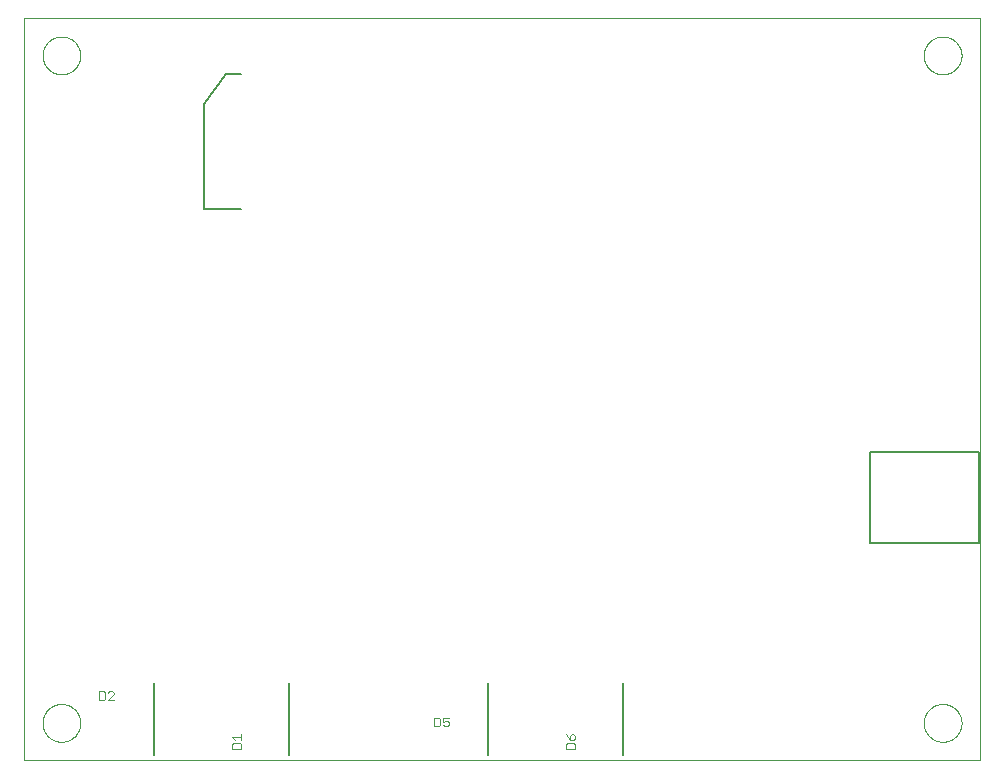
<source format=gbo>
G75*
%MOIN*%
%OFA0B0*%
%FSLAX25Y25*%
%IPPOS*%
%LPD*%
%AMOC8*
5,1,8,0,0,1.08239X$1,22.5*
%
%ADD10C,0.00000*%
%ADD11C,0.00500*%
%ADD12C,0.00300*%
D10*
X0077433Y0110435D02*
X0077433Y0357895D01*
X0396134Y0357895D01*
X0396134Y0110435D01*
X0077433Y0110435D01*
X0083634Y0122935D02*
X0083636Y0123093D01*
X0083642Y0123251D01*
X0083652Y0123409D01*
X0083666Y0123567D01*
X0083684Y0123724D01*
X0083705Y0123881D01*
X0083731Y0124037D01*
X0083761Y0124193D01*
X0083794Y0124348D01*
X0083832Y0124501D01*
X0083873Y0124654D01*
X0083918Y0124806D01*
X0083967Y0124957D01*
X0084020Y0125106D01*
X0084076Y0125254D01*
X0084136Y0125400D01*
X0084200Y0125545D01*
X0084268Y0125688D01*
X0084339Y0125830D01*
X0084413Y0125970D01*
X0084491Y0126107D01*
X0084573Y0126243D01*
X0084657Y0126377D01*
X0084746Y0126508D01*
X0084837Y0126637D01*
X0084932Y0126764D01*
X0085029Y0126889D01*
X0085130Y0127011D01*
X0085234Y0127130D01*
X0085341Y0127247D01*
X0085451Y0127361D01*
X0085564Y0127472D01*
X0085679Y0127581D01*
X0085797Y0127686D01*
X0085918Y0127788D01*
X0086041Y0127888D01*
X0086167Y0127984D01*
X0086295Y0128077D01*
X0086425Y0128167D01*
X0086558Y0128253D01*
X0086693Y0128337D01*
X0086829Y0128416D01*
X0086968Y0128493D01*
X0087109Y0128565D01*
X0087251Y0128635D01*
X0087395Y0128700D01*
X0087541Y0128762D01*
X0087688Y0128820D01*
X0087837Y0128875D01*
X0087987Y0128926D01*
X0088138Y0128973D01*
X0088290Y0129016D01*
X0088443Y0129055D01*
X0088598Y0129091D01*
X0088753Y0129122D01*
X0088909Y0129150D01*
X0089065Y0129174D01*
X0089222Y0129194D01*
X0089380Y0129210D01*
X0089537Y0129222D01*
X0089696Y0129230D01*
X0089854Y0129234D01*
X0090012Y0129234D01*
X0090170Y0129230D01*
X0090329Y0129222D01*
X0090486Y0129210D01*
X0090644Y0129194D01*
X0090801Y0129174D01*
X0090957Y0129150D01*
X0091113Y0129122D01*
X0091268Y0129091D01*
X0091423Y0129055D01*
X0091576Y0129016D01*
X0091728Y0128973D01*
X0091879Y0128926D01*
X0092029Y0128875D01*
X0092178Y0128820D01*
X0092325Y0128762D01*
X0092471Y0128700D01*
X0092615Y0128635D01*
X0092757Y0128565D01*
X0092898Y0128493D01*
X0093037Y0128416D01*
X0093173Y0128337D01*
X0093308Y0128253D01*
X0093441Y0128167D01*
X0093571Y0128077D01*
X0093699Y0127984D01*
X0093825Y0127888D01*
X0093948Y0127788D01*
X0094069Y0127686D01*
X0094187Y0127581D01*
X0094302Y0127472D01*
X0094415Y0127361D01*
X0094525Y0127247D01*
X0094632Y0127130D01*
X0094736Y0127011D01*
X0094837Y0126889D01*
X0094934Y0126764D01*
X0095029Y0126637D01*
X0095120Y0126508D01*
X0095209Y0126377D01*
X0095293Y0126243D01*
X0095375Y0126107D01*
X0095453Y0125970D01*
X0095527Y0125830D01*
X0095598Y0125688D01*
X0095666Y0125545D01*
X0095730Y0125400D01*
X0095790Y0125254D01*
X0095846Y0125106D01*
X0095899Y0124957D01*
X0095948Y0124806D01*
X0095993Y0124654D01*
X0096034Y0124501D01*
X0096072Y0124348D01*
X0096105Y0124193D01*
X0096135Y0124037D01*
X0096161Y0123881D01*
X0096182Y0123724D01*
X0096200Y0123567D01*
X0096214Y0123409D01*
X0096224Y0123251D01*
X0096230Y0123093D01*
X0096232Y0122935D01*
X0096230Y0122777D01*
X0096224Y0122619D01*
X0096214Y0122461D01*
X0096200Y0122303D01*
X0096182Y0122146D01*
X0096161Y0121989D01*
X0096135Y0121833D01*
X0096105Y0121677D01*
X0096072Y0121522D01*
X0096034Y0121369D01*
X0095993Y0121216D01*
X0095948Y0121064D01*
X0095899Y0120913D01*
X0095846Y0120764D01*
X0095790Y0120616D01*
X0095730Y0120470D01*
X0095666Y0120325D01*
X0095598Y0120182D01*
X0095527Y0120040D01*
X0095453Y0119900D01*
X0095375Y0119763D01*
X0095293Y0119627D01*
X0095209Y0119493D01*
X0095120Y0119362D01*
X0095029Y0119233D01*
X0094934Y0119106D01*
X0094837Y0118981D01*
X0094736Y0118859D01*
X0094632Y0118740D01*
X0094525Y0118623D01*
X0094415Y0118509D01*
X0094302Y0118398D01*
X0094187Y0118289D01*
X0094069Y0118184D01*
X0093948Y0118082D01*
X0093825Y0117982D01*
X0093699Y0117886D01*
X0093571Y0117793D01*
X0093441Y0117703D01*
X0093308Y0117617D01*
X0093173Y0117533D01*
X0093037Y0117454D01*
X0092898Y0117377D01*
X0092757Y0117305D01*
X0092615Y0117235D01*
X0092471Y0117170D01*
X0092325Y0117108D01*
X0092178Y0117050D01*
X0092029Y0116995D01*
X0091879Y0116944D01*
X0091728Y0116897D01*
X0091576Y0116854D01*
X0091423Y0116815D01*
X0091268Y0116779D01*
X0091113Y0116748D01*
X0090957Y0116720D01*
X0090801Y0116696D01*
X0090644Y0116676D01*
X0090486Y0116660D01*
X0090329Y0116648D01*
X0090170Y0116640D01*
X0090012Y0116636D01*
X0089854Y0116636D01*
X0089696Y0116640D01*
X0089537Y0116648D01*
X0089380Y0116660D01*
X0089222Y0116676D01*
X0089065Y0116696D01*
X0088909Y0116720D01*
X0088753Y0116748D01*
X0088598Y0116779D01*
X0088443Y0116815D01*
X0088290Y0116854D01*
X0088138Y0116897D01*
X0087987Y0116944D01*
X0087837Y0116995D01*
X0087688Y0117050D01*
X0087541Y0117108D01*
X0087395Y0117170D01*
X0087251Y0117235D01*
X0087109Y0117305D01*
X0086968Y0117377D01*
X0086829Y0117454D01*
X0086693Y0117533D01*
X0086558Y0117617D01*
X0086425Y0117703D01*
X0086295Y0117793D01*
X0086167Y0117886D01*
X0086041Y0117982D01*
X0085918Y0118082D01*
X0085797Y0118184D01*
X0085679Y0118289D01*
X0085564Y0118398D01*
X0085451Y0118509D01*
X0085341Y0118623D01*
X0085234Y0118740D01*
X0085130Y0118859D01*
X0085029Y0118981D01*
X0084932Y0119106D01*
X0084837Y0119233D01*
X0084746Y0119362D01*
X0084657Y0119493D01*
X0084573Y0119627D01*
X0084491Y0119763D01*
X0084413Y0119900D01*
X0084339Y0120040D01*
X0084268Y0120182D01*
X0084200Y0120325D01*
X0084136Y0120470D01*
X0084076Y0120616D01*
X0084020Y0120764D01*
X0083967Y0120913D01*
X0083918Y0121064D01*
X0083873Y0121216D01*
X0083832Y0121369D01*
X0083794Y0121522D01*
X0083761Y0121677D01*
X0083731Y0121833D01*
X0083705Y0121989D01*
X0083684Y0122146D01*
X0083666Y0122303D01*
X0083652Y0122461D01*
X0083642Y0122619D01*
X0083636Y0122777D01*
X0083634Y0122935D01*
X0083634Y0345435D02*
X0083636Y0345593D01*
X0083642Y0345751D01*
X0083652Y0345909D01*
X0083666Y0346067D01*
X0083684Y0346224D01*
X0083705Y0346381D01*
X0083731Y0346537D01*
X0083761Y0346693D01*
X0083794Y0346848D01*
X0083832Y0347001D01*
X0083873Y0347154D01*
X0083918Y0347306D01*
X0083967Y0347457D01*
X0084020Y0347606D01*
X0084076Y0347754D01*
X0084136Y0347900D01*
X0084200Y0348045D01*
X0084268Y0348188D01*
X0084339Y0348330D01*
X0084413Y0348470D01*
X0084491Y0348607D01*
X0084573Y0348743D01*
X0084657Y0348877D01*
X0084746Y0349008D01*
X0084837Y0349137D01*
X0084932Y0349264D01*
X0085029Y0349389D01*
X0085130Y0349511D01*
X0085234Y0349630D01*
X0085341Y0349747D01*
X0085451Y0349861D01*
X0085564Y0349972D01*
X0085679Y0350081D01*
X0085797Y0350186D01*
X0085918Y0350288D01*
X0086041Y0350388D01*
X0086167Y0350484D01*
X0086295Y0350577D01*
X0086425Y0350667D01*
X0086558Y0350753D01*
X0086693Y0350837D01*
X0086829Y0350916D01*
X0086968Y0350993D01*
X0087109Y0351065D01*
X0087251Y0351135D01*
X0087395Y0351200D01*
X0087541Y0351262D01*
X0087688Y0351320D01*
X0087837Y0351375D01*
X0087987Y0351426D01*
X0088138Y0351473D01*
X0088290Y0351516D01*
X0088443Y0351555D01*
X0088598Y0351591D01*
X0088753Y0351622D01*
X0088909Y0351650D01*
X0089065Y0351674D01*
X0089222Y0351694D01*
X0089380Y0351710D01*
X0089537Y0351722D01*
X0089696Y0351730D01*
X0089854Y0351734D01*
X0090012Y0351734D01*
X0090170Y0351730D01*
X0090329Y0351722D01*
X0090486Y0351710D01*
X0090644Y0351694D01*
X0090801Y0351674D01*
X0090957Y0351650D01*
X0091113Y0351622D01*
X0091268Y0351591D01*
X0091423Y0351555D01*
X0091576Y0351516D01*
X0091728Y0351473D01*
X0091879Y0351426D01*
X0092029Y0351375D01*
X0092178Y0351320D01*
X0092325Y0351262D01*
X0092471Y0351200D01*
X0092615Y0351135D01*
X0092757Y0351065D01*
X0092898Y0350993D01*
X0093037Y0350916D01*
X0093173Y0350837D01*
X0093308Y0350753D01*
X0093441Y0350667D01*
X0093571Y0350577D01*
X0093699Y0350484D01*
X0093825Y0350388D01*
X0093948Y0350288D01*
X0094069Y0350186D01*
X0094187Y0350081D01*
X0094302Y0349972D01*
X0094415Y0349861D01*
X0094525Y0349747D01*
X0094632Y0349630D01*
X0094736Y0349511D01*
X0094837Y0349389D01*
X0094934Y0349264D01*
X0095029Y0349137D01*
X0095120Y0349008D01*
X0095209Y0348877D01*
X0095293Y0348743D01*
X0095375Y0348607D01*
X0095453Y0348470D01*
X0095527Y0348330D01*
X0095598Y0348188D01*
X0095666Y0348045D01*
X0095730Y0347900D01*
X0095790Y0347754D01*
X0095846Y0347606D01*
X0095899Y0347457D01*
X0095948Y0347306D01*
X0095993Y0347154D01*
X0096034Y0347001D01*
X0096072Y0346848D01*
X0096105Y0346693D01*
X0096135Y0346537D01*
X0096161Y0346381D01*
X0096182Y0346224D01*
X0096200Y0346067D01*
X0096214Y0345909D01*
X0096224Y0345751D01*
X0096230Y0345593D01*
X0096232Y0345435D01*
X0096230Y0345277D01*
X0096224Y0345119D01*
X0096214Y0344961D01*
X0096200Y0344803D01*
X0096182Y0344646D01*
X0096161Y0344489D01*
X0096135Y0344333D01*
X0096105Y0344177D01*
X0096072Y0344022D01*
X0096034Y0343869D01*
X0095993Y0343716D01*
X0095948Y0343564D01*
X0095899Y0343413D01*
X0095846Y0343264D01*
X0095790Y0343116D01*
X0095730Y0342970D01*
X0095666Y0342825D01*
X0095598Y0342682D01*
X0095527Y0342540D01*
X0095453Y0342400D01*
X0095375Y0342263D01*
X0095293Y0342127D01*
X0095209Y0341993D01*
X0095120Y0341862D01*
X0095029Y0341733D01*
X0094934Y0341606D01*
X0094837Y0341481D01*
X0094736Y0341359D01*
X0094632Y0341240D01*
X0094525Y0341123D01*
X0094415Y0341009D01*
X0094302Y0340898D01*
X0094187Y0340789D01*
X0094069Y0340684D01*
X0093948Y0340582D01*
X0093825Y0340482D01*
X0093699Y0340386D01*
X0093571Y0340293D01*
X0093441Y0340203D01*
X0093308Y0340117D01*
X0093173Y0340033D01*
X0093037Y0339954D01*
X0092898Y0339877D01*
X0092757Y0339805D01*
X0092615Y0339735D01*
X0092471Y0339670D01*
X0092325Y0339608D01*
X0092178Y0339550D01*
X0092029Y0339495D01*
X0091879Y0339444D01*
X0091728Y0339397D01*
X0091576Y0339354D01*
X0091423Y0339315D01*
X0091268Y0339279D01*
X0091113Y0339248D01*
X0090957Y0339220D01*
X0090801Y0339196D01*
X0090644Y0339176D01*
X0090486Y0339160D01*
X0090329Y0339148D01*
X0090170Y0339140D01*
X0090012Y0339136D01*
X0089854Y0339136D01*
X0089696Y0339140D01*
X0089537Y0339148D01*
X0089380Y0339160D01*
X0089222Y0339176D01*
X0089065Y0339196D01*
X0088909Y0339220D01*
X0088753Y0339248D01*
X0088598Y0339279D01*
X0088443Y0339315D01*
X0088290Y0339354D01*
X0088138Y0339397D01*
X0087987Y0339444D01*
X0087837Y0339495D01*
X0087688Y0339550D01*
X0087541Y0339608D01*
X0087395Y0339670D01*
X0087251Y0339735D01*
X0087109Y0339805D01*
X0086968Y0339877D01*
X0086829Y0339954D01*
X0086693Y0340033D01*
X0086558Y0340117D01*
X0086425Y0340203D01*
X0086295Y0340293D01*
X0086167Y0340386D01*
X0086041Y0340482D01*
X0085918Y0340582D01*
X0085797Y0340684D01*
X0085679Y0340789D01*
X0085564Y0340898D01*
X0085451Y0341009D01*
X0085341Y0341123D01*
X0085234Y0341240D01*
X0085130Y0341359D01*
X0085029Y0341481D01*
X0084932Y0341606D01*
X0084837Y0341733D01*
X0084746Y0341862D01*
X0084657Y0341993D01*
X0084573Y0342127D01*
X0084491Y0342263D01*
X0084413Y0342400D01*
X0084339Y0342540D01*
X0084268Y0342682D01*
X0084200Y0342825D01*
X0084136Y0342970D01*
X0084076Y0343116D01*
X0084020Y0343264D01*
X0083967Y0343413D01*
X0083918Y0343564D01*
X0083873Y0343716D01*
X0083832Y0343869D01*
X0083794Y0344022D01*
X0083761Y0344177D01*
X0083731Y0344333D01*
X0083705Y0344489D01*
X0083684Y0344646D01*
X0083666Y0344803D01*
X0083652Y0344961D01*
X0083642Y0345119D01*
X0083636Y0345277D01*
X0083634Y0345435D01*
X0377384Y0345435D02*
X0377386Y0345593D01*
X0377392Y0345751D01*
X0377402Y0345909D01*
X0377416Y0346067D01*
X0377434Y0346224D01*
X0377455Y0346381D01*
X0377481Y0346537D01*
X0377511Y0346693D01*
X0377544Y0346848D01*
X0377582Y0347001D01*
X0377623Y0347154D01*
X0377668Y0347306D01*
X0377717Y0347457D01*
X0377770Y0347606D01*
X0377826Y0347754D01*
X0377886Y0347900D01*
X0377950Y0348045D01*
X0378018Y0348188D01*
X0378089Y0348330D01*
X0378163Y0348470D01*
X0378241Y0348607D01*
X0378323Y0348743D01*
X0378407Y0348877D01*
X0378496Y0349008D01*
X0378587Y0349137D01*
X0378682Y0349264D01*
X0378779Y0349389D01*
X0378880Y0349511D01*
X0378984Y0349630D01*
X0379091Y0349747D01*
X0379201Y0349861D01*
X0379314Y0349972D01*
X0379429Y0350081D01*
X0379547Y0350186D01*
X0379668Y0350288D01*
X0379791Y0350388D01*
X0379917Y0350484D01*
X0380045Y0350577D01*
X0380175Y0350667D01*
X0380308Y0350753D01*
X0380443Y0350837D01*
X0380579Y0350916D01*
X0380718Y0350993D01*
X0380859Y0351065D01*
X0381001Y0351135D01*
X0381145Y0351200D01*
X0381291Y0351262D01*
X0381438Y0351320D01*
X0381587Y0351375D01*
X0381737Y0351426D01*
X0381888Y0351473D01*
X0382040Y0351516D01*
X0382193Y0351555D01*
X0382348Y0351591D01*
X0382503Y0351622D01*
X0382659Y0351650D01*
X0382815Y0351674D01*
X0382972Y0351694D01*
X0383130Y0351710D01*
X0383287Y0351722D01*
X0383446Y0351730D01*
X0383604Y0351734D01*
X0383762Y0351734D01*
X0383920Y0351730D01*
X0384079Y0351722D01*
X0384236Y0351710D01*
X0384394Y0351694D01*
X0384551Y0351674D01*
X0384707Y0351650D01*
X0384863Y0351622D01*
X0385018Y0351591D01*
X0385173Y0351555D01*
X0385326Y0351516D01*
X0385478Y0351473D01*
X0385629Y0351426D01*
X0385779Y0351375D01*
X0385928Y0351320D01*
X0386075Y0351262D01*
X0386221Y0351200D01*
X0386365Y0351135D01*
X0386507Y0351065D01*
X0386648Y0350993D01*
X0386787Y0350916D01*
X0386923Y0350837D01*
X0387058Y0350753D01*
X0387191Y0350667D01*
X0387321Y0350577D01*
X0387449Y0350484D01*
X0387575Y0350388D01*
X0387698Y0350288D01*
X0387819Y0350186D01*
X0387937Y0350081D01*
X0388052Y0349972D01*
X0388165Y0349861D01*
X0388275Y0349747D01*
X0388382Y0349630D01*
X0388486Y0349511D01*
X0388587Y0349389D01*
X0388684Y0349264D01*
X0388779Y0349137D01*
X0388870Y0349008D01*
X0388959Y0348877D01*
X0389043Y0348743D01*
X0389125Y0348607D01*
X0389203Y0348470D01*
X0389277Y0348330D01*
X0389348Y0348188D01*
X0389416Y0348045D01*
X0389480Y0347900D01*
X0389540Y0347754D01*
X0389596Y0347606D01*
X0389649Y0347457D01*
X0389698Y0347306D01*
X0389743Y0347154D01*
X0389784Y0347001D01*
X0389822Y0346848D01*
X0389855Y0346693D01*
X0389885Y0346537D01*
X0389911Y0346381D01*
X0389932Y0346224D01*
X0389950Y0346067D01*
X0389964Y0345909D01*
X0389974Y0345751D01*
X0389980Y0345593D01*
X0389982Y0345435D01*
X0389980Y0345277D01*
X0389974Y0345119D01*
X0389964Y0344961D01*
X0389950Y0344803D01*
X0389932Y0344646D01*
X0389911Y0344489D01*
X0389885Y0344333D01*
X0389855Y0344177D01*
X0389822Y0344022D01*
X0389784Y0343869D01*
X0389743Y0343716D01*
X0389698Y0343564D01*
X0389649Y0343413D01*
X0389596Y0343264D01*
X0389540Y0343116D01*
X0389480Y0342970D01*
X0389416Y0342825D01*
X0389348Y0342682D01*
X0389277Y0342540D01*
X0389203Y0342400D01*
X0389125Y0342263D01*
X0389043Y0342127D01*
X0388959Y0341993D01*
X0388870Y0341862D01*
X0388779Y0341733D01*
X0388684Y0341606D01*
X0388587Y0341481D01*
X0388486Y0341359D01*
X0388382Y0341240D01*
X0388275Y0341123D01*
X0388165Y0341009D01*
X0388052Y0340898D01*
X0387937Y0340789D01*
X0387819Y0340684D01*
X0387698Y0340582D01*
X0387575Y0340482D01*
X0387449Y0340386D01*
X0387321Y0340293D01*
X0387191Y0340203D01*
X0387058Y0340117D01*
X0386923Y0340033D01*
X0386787Y0339954D01*
X0386648Y0339877D01*
X0386507Y0339805D01*
X0386365Y0339735D01*
X0386221Y0339670D01*
X0386075Y0339608D01*
X0385928Y0339550D01*
X0385779Y0339495D01*
X0385629Y0339444D01*
X0385478Y0339397D01*
X0385326Y0339354D01*
X0385173Y0339315D01*
X0385018Y0339279D01*
X0384863Y0339248D01*
X0384707Y0339220D01*
X0384551Y0339196D01*
X0384394Y0339176D01*
X0384236Y0339160D01*
X0384079Y0339148D01*
X0383920Y0339140D01*
X0383762Y0339136D01*
X0383604Y0339136D01*
X0383446Y0339140D01*
X0383287Y0339148D01*
X0383130Y0339160D01*
X0382972Y0339176D01*
X0382815Y0339196D01*
X0382659Y0339220D01*
X0382503Y0339248D01*
X0382348Y0339279D01*
X0382193Y0339315D01*
X0382040Y0339354D01*
X0381888Y0339397D01*
X0381737Y0339444D01*
X0381587Y0339495D01*
X0381438Y0339550D01*
X0381291Y0339608D01*
X0381145Y0339670D01*
X0381001Y0339735D01*
X0380859Y0339805D01*
X0380718Y0339877D01*
X0380579Y0339954D01*
X0380443Y0340033D01*
X0380308Y0340117D01*
X0380175Y0340203D01*
X0380045Y0340293D01*
X0379917Y0340386D01*
X0379791Y0340482D01*
X0379668Y0340582D01*
X0379547Y0340684D01*
X0379429Y0340789D01*
X0379314Y0340898D01*
X0379201Y0341009D01*
X0379091Y0341123D01*
X0378984Y0341240D01*
X0378880Y0341359D01*
X0378779Y0341481D01*
X0378682Y0341606D01*
X0378587Y0341733D01*
X0378496Y0341862D01*
X0378407Y0341993D01*
X0378323Y0342127D01*
X0378241Y0342263D01*
X0378163Y0342400D01*
X0378089Y0342540D01*
X0378018Y0342682D01*
X0377950Y0342825D01*
X0377886Y0342970D01*
X0377826Y0343116D01*
X0377770Y0343264D01*
X0377717Y0343413D01*
X0377668Y0343564D01*
X0377623Y0343716D01*
X0377582Y0343869D01*
X0377544Y0344022D01*
X0377511Y0344177D01*
X0377481Y0344333D01*
X0377455Y0344489D01*
X0377434Y0344646D01*
X0377416Y0344803D01*
X0377402Y0344961D01*
X0377392Y0345119D01*
X0377386Y0345277D01*
X0377384Y0345435D01*
X0377384Y0122935D02*
X0377386Y0123093D01*
X0377392Y0123251D01*
X0377402Y0123409D01*
X0377416Y0123567D01*
X0377434Y0123724D01*
X0377455Y0123881D01*
X0377481Y0124037D01*
X0377511Y0124193D01*
X0377544Y0124348D01*
X0377582Y0124501D01*
X0377623Y0124654D01*
X0377668Y0124806D01*
X0377717Y0124957D01*
X0377770Y0125106D01*
X0377826Y0125254D01*
X0377886Y0125400D01*
X0377950Y0125545D01*
X0378018Y0125688D01*
X0378089Y0125830D01*
X0378163Y0125970D01*
X0378241Y0126107D01*
X0378323Y0126243D01*
X0378407Y0126377D01*
X0378496Y0126508D01*
X0378587Y0126637D01*
X0378682Y0126764D01*
X0378779Y0126889D01*
X0378880Y0127011D01*
X0378984Y0127130D01*
X0379091Y0127247D01*
X0379201Y0127361D01*
X0379314Y0127472D01*
X0379429Y0127581D01*
X0379547Y0127686D01*
X0379668Y0127788D01*
X0379791Y0127888D01*
X0379917Y0127984D01*
X0380045Y0128077D01*
X0380175Y0128167D01*
X0380308Y0128253D01*
X0380443Y0128337D01*
X0380579Y0128416D01*
X0380718Y0128493D01*
X0380859Y0128565D01*
X0381001Y0128635D01*
X0381145Y0128700D01*
X0381291Y0128762D01*
X0381438Y0128820D01*
X0381587Y0128875D01*
X0381737Y0128926D01*
X0381888Y0128973D01*
X0382040Y0129016D01*
X0382193Y0129055D01*
X0382348Y0129091D01*
X0382503Y0129122D01*
X0382659Y0129150D01*
X0382815Y0129174D01*
X0382972Y0129194D01*
X0383130Y0129210D01*
X0383287Y0129222D01*
X0383446Y0129230D01*
X0383604Y0129234D01*
X0383762Y0129234D01*
X0383920Y0129230D01*
X0384079Y0129222D01*
X0384236Y0129210D01*
X0384394Y0129194D01*
X0384551Y0129174D01*
X0384707Y0129150D01*
X0384863Y0129122D01*
X0385018Y0129091D01*
X0385173Y0129055D01*
X0385326Y0129016D01*
X0385478Y0128973D01*
X0385629Y0128926D01*
X0385779Y0128875D01*
X0385928Y0128820D01*
X0386075Y0128762D01*
X0386221Y0128700D01*
X0386365Y0128635D01*
X0386507Y0128565D01*
X0386648Y0128493D01*
X0386787Y0128416D01*
X0386923Y0128337D01*
X0387058Y0128253D01*
X0387191Y0128167D01*
X0387321Y0128077D01*
X0387449Y0127984D01*
X0387575Y0127888D01*
X0387698Y0127788D01*
X0387819Y0127686D01*
X0387937Y0127581D01*
X0388052Y0127472D01*
X0388165Y0127361D01*
X0388275Y0127247D01*
X0388382Y0127130D01*
X0388486Y0127011D01*
X0388587Y0126889D01*
X0388684Y0126764D01*
X0388779Y0126637D01*
X0388870Y0126508D01*
X0388959Y0126377D01*
X0389043Y0126243D01*
X0389125Y0126107D01*
X0389203Y0125970D01*
X0389277Y0125830D01*
X0389348Y0125688D01*
X0389416Y0125545D01*
X0389480Y0125400D01*
X0389540Y0125254D01*
X0389596Y0125106D01*
X0389649Y0124957D01*
X0389698Y0124806D01*
X0389743Y0124654D01*
X0389784Y0124501D01*
X0389822Y0124348D01*
X0389855Y0124193D01*
X0389885Y0124037D01*
X0389911Y0123881D01*
X0389932Y0123724D01*
X0389950Y0123567D01*
X0389964Y0123409D01*
X0389974Y0123251D01*
X0389980Y0123093D01*
X0389982Y0122935D01*
X0389980Y0122777D01*
X0389974Y0122619D01*
X0389964Y0122461D01*
X0389950Y0122303D01*
X0389932Y0122146D01*
X0389911Y0121989D01*
X0389885Y0121833D01*
X0389855Y0121677D01*
X0389822Y0121522D01*
X0389784Y0121369D01*
X0389743Y0121216D01*
X0389698Y0121064D01*
X0389649Y0120913D01*
X0389596Y0120764D01*
X0389540Y0120616D01*
X0389480Y0120470D01*
X0389416Y0120325D01*
X0389348Y0120182D01*
X0389277Y0120040D01*
X0389203Y0119900D01*
X0389125Y0119763D01*
X0389043Y0119627D01*
X0388959Y0119493D01*
X0388870Y0119362D01*
X0388779Y0119233D01*
X0388684Y0119106D01*
X0388587Y0118981D01*
X0388486Y0118859D01*
X0388382Y0118740D01*
X0388275Y0118623D01*
X0388165Y0118509D01*
X0388052Y0118398D01*
X0387937Y0118289D01*
X0387819Y0118184D01*
X0387698Y0118082D01*
X0387575Y0117982D01*
X0387449Y0117886D01*
X0387321Y0117793D01*
X0387191Y0117703D01*
X0387058Y0117617D01*
X0386923Y0117533D01*
X0386787Y0117454D01*
X0386648Y0117377D01*
X0386507Y0117305D01*
X0386365Y0117235D01*
X0386221Y0117170D01*
X0386075Y0117108D01*
X0385928Y0117050D01*
X0385779Y0116995D01*
X0385629Y0116944D01*
X0385478Y0116897D01*
X0385326Y0116854D01*
X0385173Y0116815D01*
X0385018Y0116779D01*
X0384863Y0116748D01*
X0384707Y0116720D01*
X0384551Y0116696D01*
X0384394Y0116676D01*
X0384236Y0116660D01*
X0384079Y0116648D01*
X0383920Y0116640D01*
X0383762Y0116636D01*
X0383604Y0116636D01*
X0383446Y0116640D01*
X0383287Y0116648D01*
X0383130Y0116660D01*
X0382972Y0116676D01*
X0382815Y0116696D01*
X0382659Y0116720D01*
X0382503Y0116748D01*
X0382348Y0116779D01*
X0382193Y0116815D01*
X0382040Y0116854D01*
X0381888Y0116897D01*
X0381737Y0116944D01*
X0381587Y0116995D01*
X0381438Y0117050D01*
X0381291Y0117108D01*
X0381145Y0117170D01*
X0381001Y0117235D01*
X0380859Y0117305D01*
X0380718Y0117377D01*
X0380579Y0117454D01*
X0380443Y0117533D01*
X0380308Y0117617D01*
X0380175Y0117703D01*
X0380045Y0117793D01*
X0379917Y0117886D01*
X0379791Y0117982D01*
X0379668Y0118082D01*
X0379547Y0118184D01*
X0379429Y0118289D01*
X0379314Y0118398D01*
X0379201Y0118509D01*
X0379091Y0118623D01*
X0378984Y0118740D01*
X0378880Y0118859D01*
X0378779Y0118981D01*
X0378682Y0119106D01*
X0378587Y0119233D01*
X0378496Y0119362D01*
X0378407Y0119493D01*
X0378323Y0119627D01*
X0378241Y0119763D01*
X0378163Y0119900D01*
X0378089Y0120040D01*
X0378018Y0120182D01*
X0377950Y0120325D01*
X0377886Y0120470D01*
X0377826Y0120616D01*
X0377770Y0120764D01*
X0377717Y0120913D01*
X0377668Y0121064D01*
X0377623Y0121216D01*
X0377582Y0121369D01*
X0377544Y0121522D01*
X0377511Y0121677D01*
X0377481Y0121833D01*
X0377455Y0121989D01*
X0377434Y0122146D01*
X0377416Y0122303D01*
X0377402Y0122461D01*
X0377392Y0122619D01*
X0377386Y0122777D01*
X0377384Y0122935D01*
D11*
X0359441Y0182777D02*
X0359441Y0213092D01*
X0395859Y0213092D01*
X0395859Y0182777D01*
X0359441Y0182777D01*
X0277183Y0136185D02*
X0277183Y0112185D01*
X0232183Y0112185D02*
X0232183Y0136185D01*
X0165933Y0136185D02*
X0165933Y0112185D01*
X0120933Y0112185D02*
X0120933Y0136185D01*
X0137433Y0294185D02*
X0137433Y0329185D01*
X0144933Y0339185D01*
X0149933Y0339185D01*
X0149933Y0294185D02*
X0137433Y0294185D01*
D12*
X0106909Y0133437D02*
X0105959Y0133437D01*
X0105483Y0132961D01*
X0104485Y0132961D02*
X0104009Y0133437D01*
X0102583Y0133437D01*
X0102583Y0130585D01*
X0104009Y0130585D01*
X0104485Y0131060D01*
X0104485Y0132961D01*
X0106909Y0133437D02*
X0107385Y0132961D01*
X0107385Y0132486D01*
X0105483Y0130585D01*
X0107385Y0130585D01*
X0146931Y0118185D02*
X0149783Y0118185D01*
X0149783Y0117235D02*
X0149783Y0119136D01*
X0147882Y0117235D02*
X0146931Y0118185D01*
X0147407Y0116236D02*
X0146931Y0115761D01*
X0146931Y0114335D01*
X0149783Y0114335D01*
X0149783Y0115761D01*
X0149308Y0116236D01*
X0147407Y0116236D01*
X0214283Y0121810D02*
X0215709Y0121810D01*
X0216184Y0122285D01*
X0216184Y0124187D01*
X0215709Y0124662D01*
X0214283Y0124662D01*
X0214283Y0121810D01*
X0217183Y0122285D02*
X0217659Y0121810D01*
X0218609Y0121810D01*
X0219085Y0122285D01*
X0219085Y0123236D01*
X0218609Y0123711D01*
X0218134Y0123711D01*
X0217183Y0123236D01*
X0217183Y0124662D01*
X0219085Y0124662D01*
X0258181Y0119136D02*
X0258657Y0118185D01*
X0259607Y0117235D01*
X0259607Y0118661D01*
X0260083Y0119136D01*
X0260558Y0119136D01*
X0261033Y0118661D01*
X0261033Y0117710D01*
X0260558Y0117235D01*
X0259607Y0117235D01*
X0258657Y0116236D02*
X0258181Y0115761D01*
X0258181Y0114335D01*
X0261033Y0114335D01*
X0261033Y0115761D01*
X0260558Y0116236D01*
X0258657Y0116236D01*
M02*

</source>
